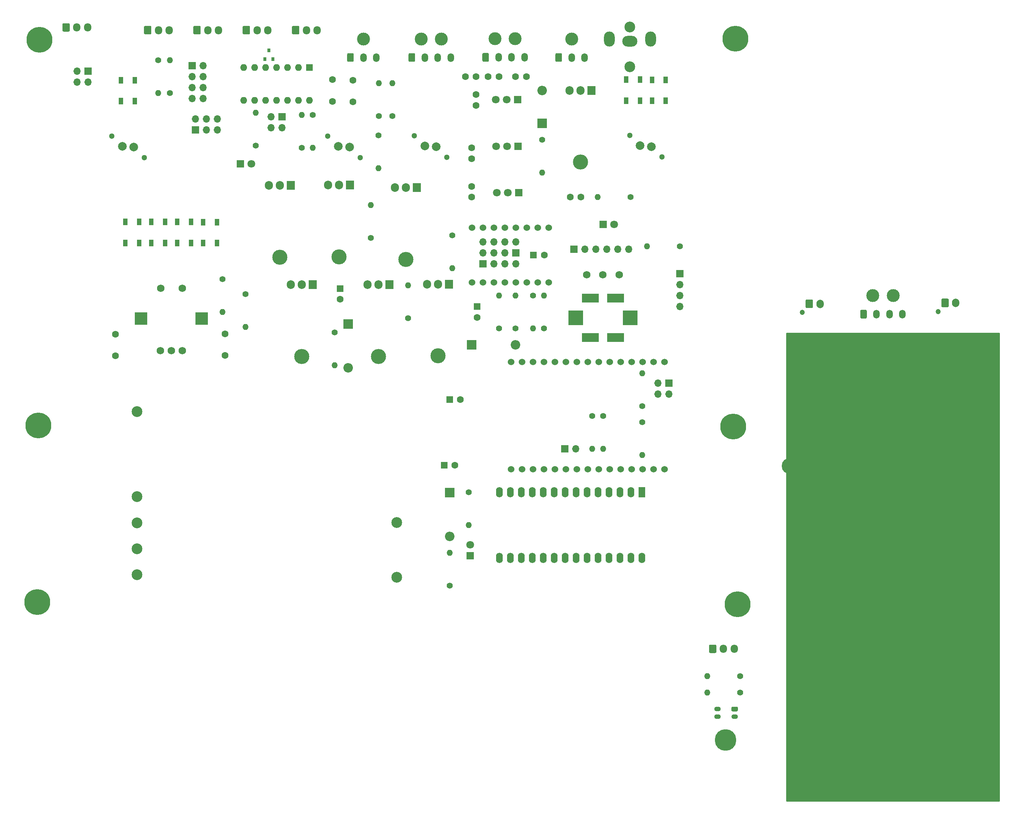
<source format=gbr>
%TF.GenerationSoftware,KiCad,Pcbnew,5.1.7-a382d34a8~88~ubuntu20.04.1*%
%TF.CreationDate,2021-05-08T15:19:39+02:00*%
%TF.ProjectId,OpenCelluloid,4f70656e-4365-46c6-9c75-6c6f69642e6b,rev?*%
%TF.SameCoordinates,Original*%
%TF.FileFunction,Soldermask,Bot*%
%TF.FilePolarity,Negative*%
%FSLAX46Y46*%
G04 Gerber Fmt 4.6, Leading zero omitted, Abs format (unit mm)*
G04 Created by KiCad (PCBNEW 5.1.7-a382d34a8~88~ubuntu20.04.1) date 2021-05-08 15:19:39*
%MOMM*%
%LPD*%
G01*
G04 APERTURE LIST*
%ADD10C,0.800000*%
%ADD11C,5.000000*%
%ADD12C,6.000000*%
%ADD13C,4.000000*%
%ADD14C,1.200000*%
%ADD15O,1.700000X2.000000*%
%ADD16O,1.500000X2.020000*%
%ADD17C,3.000000*%
%ADD18C,3.600000*%
%ADD19C,0.400000*%
%ADD20C,1.600000*%
%ADD21C,2.500000*%
%ADD22O,1.600000X1.600000*%
%ADD23R,1.600000X1.600000*%
%ADD24O,1.500000X1.100000*%
%ADD25C,1.750000*%
%ADD26R,3.000000X3.000000*%
%ADD27C,1.524000*%
%ADD28O,1.700000X1.950000*%
%ADD29O,1.600000X2.400000*%
%ADD30R,1.600000X2.400000*%
%ADD31R,1.800000X1.800000*%
%ADD32C,1.800000*%
%ADD33O,3.500000X2.500000*%
%ADD34O,2.500000X3.500000*%
%ADD35R,4.000000X2.000000*%
%ADD36R,3.500000X3.500000*%
%ADD37C,1.300000*%
%ADD38C,2.000000*%
%ADD39O,1.400000X1.400000*%
%ADD40C,1.400000*%
%ADD41R,0.800000X0.900000*%
%ADD42O,1.905000X2.000000*%
%ADD43R,1.905000X2.000000*%
%ADD44O,3.500000X3.500000*%
%ADD45O,1.700000X1.700000*%
%ADD46R,1.700000X1.700000*%
%ADD47R,1.000000X1.500000*%
%ADD48O,2.200000X2.200000*%
%ADD49R,2.200000X2.200000*%
%ADD50C,0.254000*%
%ADD51C,0.100000*%
G04 APERTURE END LIST*
D10*
%TO.C,REF\u002A\u002A*%
X354825825Y-268174175D03*
X353500000Y-267625000D03*
X352174175Y-268174175D03*
X351625000Y-269500000D03*
X352174175Y-270825825D03*
X353500000Y-271375000D03*
X354825825Y-270825825D03*
X355375000Y-269500000D03*
D11*
X353500000Y-269500000D03*
%TD*%
D12*
%TO.C,REF\u002A\u002A*%
X356250000Y-238000000D03*
D10*
X358500000Y-238000000D03*
X357840990Y-239590990D03*
X356250000Y-240250000D03*
X354659010Y-239590990D03*
X354000000Y-238000000D03*
X354659010Y-236409010D03*
X356250000Y-235750000D03*
X357840990Y-236409010D03*
%TD*%
D12*
%TO.C,REF\u002A\u002A*%
X194000000Y-237500000D03*
D10*
X196250000Y-237500000D03*
X195590990Y-239090990D03*
X194000000Y-239750000D03*
X192409010Y-239090990D03*
X191750000Y-237500000D03*
X192409010Y-235909010D03*
X194000000Y-235250000D03*
X195590990Y-235909010D03*
%TD*%
D12*
%TO.C,REF\u002A\u002A*%
X194250000Y-196500000D03*
D10*
X196500000Y-196500000D03*
X195840990Y-198090990D03*
X194250000Y-198750000D03*
X192659010Y-198090990D03*
X192000000Y-196500000D03*
X192659010Y-194909010D03*
X194250000Y-194250000D03*
X195840990Y-194909010D03*
%TD*%
D12*
%TO.C,REF\u002A\u002A*%
X355250000Y-196750000D03*
D10*
X357500000Y-196750000D03*
X356840990Y-198340990D03*
X355250000Y-199000000D03*
X353659010Y-198340990D03*
X353000000Y-196750000D03*
X353659010Y-195159010D03*
X355250000Y-194500000D03*
X356840990Y-195159010D03*
%TD*%
D12*
%TO.C,REF\u002A\u002A*%
X194500000Y-107000000D03*
D10*
X196750000Y-107000000D03*
X196090990Y-108590990D03*
X194500000Y-109250000D03*
X192909010Y-108590990D03*
X192250000Y-107000000D03*
X192909010Y-105409010D03*
X194500000Y-104750000D03*
X196090990Y-105409010D03*
%TD*%
%TO.C,REF\u002A\u002A*%
X357340990Y-105159010D03*
X355750000Y-104500000D03*
X354159010Y-105159010D03*
X353500000Y-106750000D03*
X354159010Y-108340990D03*
X355750000Y-109000000D03*
X357340990Y-108340990D03*
X358000000Y-106750000D03*
D12*
X355750000Y-106750000D03*
%TD*%
D13*
%TO.C,J16*%
X373120000Y-221950000D03*
X405120000Y-189950000D03*
X405120000Y-221950000D03*
X373120000Y-189950000D03*
D14*
X402770000Y-170070000D03*
D15*
X406870000Y-168070000D03*
G36*
G01*
X403520000Y-168820100D02*
X403520000Y-167319900D01*
G75*
G02*
X403769900Y-167070000I249900J0D01*
G01*
X404970100Y-167070000D01*
G75*
G02*
X405220000Y-167319900I0J-249900D01*
G01*
X405220000Y-168820100D01*
G75*
G02*
X404970100Y-169070000I-249900J0D01*
G01*
X403769900Y-169070000D01*
G75*
G02*
X403520000Y-168820100I0J249900D01*
G01*
G37*
D14*
X371300000Y-170280000D03*
D15*
X375400000Y-168280000D03*
G36*
G01*
X372050000Y-169030000D02*
X372050000Y-167530000D01*
G75*
G02*
X372300000Y-167280000I250000J0D01*
G01*
X373500000Y-167280000D01*
G75*
G02*
X373750000Y-167530000I0J-250000D01*
G01*
X373750000Y-169030000D01*
G75*
G02*
X373500000Y-169280000I-250000J0D01*
G01*
X372300000Y-169280000D01*
G75*
G02*
X372050000Y-169030000I0J250000D01*
G01*
G37*
D16*
X391480000Y-170680000D03*
X388480000Y-170680000D03*
X394480000Y-170680000D03*
D17*
X392330000Y-166360000D03*
X387630000Y-166360000D03*
G36*
G01*
X384730000Y-171440000D02*
X384730000Y-169920000D01*
G75*
G02*
X384980000Y-169670000I250000J0D01*
G01*
X385980000Y-169670000D01*
G75*
G02*
X386230000Y-169920000I0J-250000D01*
G01*
X386230000Y-171440000D01*
G75*
G02*
X385980000Y-171690000I-250000J0D01*
G01*
X384980000Y-171690000D01*
G75*
G02*
X384730000Y-171440000I0J250000D01*
G01*
G37*
D18*
X389950000Y-184300000D03*
X389950000Y-227500000D03*
X368350000Y-205900000D03*
X411550000Y-205900000D03*
D19*
X373950000Y-219900000D03*
X373950000Y-191900000D03*
X373950000Y-195900000D03*
X373950000Y-217900000D03*
X373950000Y-207900000D03*
X373950000Y-209900000D03*
X373950000Y-197900000D03*
X373950000Y-189900000D03*
X373950000Y-221900000D03*
X373950000Y-201900000D03*
X373950000Y-205900000D03*
X373950000Y-211900000D03*
X373950000Y-203900000D03*
X373950000Y-213900000D03*
X373950000Y-215900000D03*
X373950000Y-199900000D03*
X373950000Y-193900000D03*
X383950000Y-207900000D03*
X377950000Y-211900000D03*
X379950000Y-203900000D03*
X381950000Y-199900000D03*
X385950000Y-219900000D03*
X387950000Y-189900000D03*
X389950000Y-213900000D03*
X383950000Y-213900000D03*
X383950000Y-199900000D03*
X375950000Y-211900000D03*
X379950000Y-213900000D03*
X381950000Y-191900000D03*
X389950000Y-221900000D03*
X377950000Y-213900000D03*
X379950000Y-211900000D03*
X387950000Y-199900000D03*
X383950000Y-211900000D03*
X379950000Y-197900000D03*
X377950000Y-203900000D03*
X375950000Y-191900000D03*
X375950000Y-195900000D03*
X389950000Y-211900000D03*
X379950000Y-199900000D03*
X377950000Y-205900000D03*
X375950000Y-199900000D03*
X381950000Y-211900000D03*
X387950000Y-191900000D03*
X381950000Y-197900000D03*
X377950000Y-215900000D03*
X385950000Y-215900000D03*
X377950000Y-217900000D03*
X381950000Y-193900000D03*
X383950000Y-219900000D03*
X389950000Y-197900000D03*
X377950000Y-193900000D03*
X375950000Y-221900000D03*
X381950000Y-205900000D03*
X379950000Y-189900000D03*
X377950000Y-189900000D03*
X389950000Y-205900000D03*
X389950000Y-207900000D03*
X389950000Y-189900000D03*
X383950000Y-215900000D03*
X383950000Y-217900000D03*
X385950000Y-189900000D03*
X385950000Y-191900000D03*
X387950000Y-211900000D03*
X375950000Y-213900000D03*
X387950000Y-209900000D03*
X375950000Y-205900000D03*
X377950000Y-195900000D03*
X379950000Y-217900000D03*
X387950000Y-219900000D03*
X383950000Y-221900000D03*
X379950000Y-205900000D03*
X383950000Y-203900000D03*
X381950000Y-219900000D03*
X377950000Y-191900000D03*
X389950000Y-193900000D03*
X375950000Y-217900000D03*
X379950000Y-219900000D03*
X375950000Y-201900000D03*
X387950000Y-213900000D03*
X389950000Y-195900000D03*
X387950000Y-197900000D03*
X381950000Y-189900000D03*
X383950000Y-189900000D03*
X385950000Y-207900000D03*
X379950000Y-191900000D03*
X389950000Y-191900000D03*
X379950000Y-209900000D03*
X385950000Y-217900000D03*
X377950000Y-197900000D03*
X389950000Y-215900000D03*
X387950000Y-193900000D03*
X377950000Y-207900000D03*
X375950000Y-215900000D03*
X389950000Y-201900000D03*
X387950000Y-195900000D03*
X383950000Y-191900000D03*
X385950000Y-193900000D03*
X387950000Y-221900000D03*
X375950000Y-189900000D03*
X389950000Y-209900000D03*
X387950000Y-215900000D03*
X379950000Y-193900000D03*
X381950000Y-209900000D03*
X383950000Y-197900000D03*
X385950000Y-211900000D03*
X387950000Y-205900000D03*
X385950000Y-195900000D03*
X383950000Y-195900000D03*
X379950000Y-215900000D03*
X387950000Y-201900000D03*
X379950000Y-195900000D03*
X383950000Y-205900000D03*
X379950000Y-221900000D03*
X385950000Y-213900000D03*
X387950000Y-217900000D03*
X385950000Y-201900000D03*
X385950000Y-209900000D03*
X385950000Y-197900000D03*
X385950000Y-199900000D03*
X375950000Y-203900000D03*
X375950000Y-209900000D03*
X377950000Y-219900000D03*
X381950000Y-221900000D03*
X385950000Y-203900000D03*
X381950000Y-201900000D03*
X381950000Y-207900000D03*
X375950000Y-219900000D03*
X377950000Y-201900000D03*
X375950000Y-207900000D03*
X379950000Y-201900000D03*
X381950000Y-195900000D03*
X379950000Y-207900000D03*
X383950000Y-193900000D03*
X387950000Y-207900000D03*
X381950000Y-213900000D03*
X383950000Y-209900000D03*
X385950000Y-205900000D03*
X377950000Y-209900000D03*
X375950000Y-193900000D03*
X385950000Y-221900000D03*
X389950000Y-217900000D03*
X383950000Y-201900000D03*
X375950000Y-197900000D03*
X389950000Y-219900000D03*
X381950000Y-217900000D03*
X377950000Y-199900000D03*
X387950000Y-203900000D03*
X389950000Y-199900000D03*
X381950000Y-203900000D03*
X377950000Y-221900000D03*
X381950000Y-215900000D03*
X389950000Y-203900000D03*
X391950000Y-207900000D03*
X393950000Y-219900000D03*
X395950000Y-189900000D03*
X397950000Y-213900000D03*
X391950000Y-213900000D03*
X391950000Y-199900000D03*
X397950000Y-221900000D03*
X395950000Y-199900000D03*
X391950000Y-211900000D03*
X397950000Y-211900000D03*
X395950000Y-191900000D03*
X393950000Y-215900000D03*
X391950000Y-219900000D03*
X397950000Y-197900000D03*
X397950000Y-205900000D03*
X397950000Y-207900000D03*
X397950000Y-189900000D03*
X391950000Y-215900000D03*
X391950000Y-217900000D03*
X393950000Y-189900000D03*
X393950000Y-191900000D03*
X395950000Y-211900000D03*
X395950000Y-209900000D03*
X395950000Y-219900000D03*
X391950000Y-221900000D03*
X391950000Y-203900000D03*
X397950000Y-193900000D03*
X395950000Y-213900000D03*
X397950000Y-195900000D03*
X395950000Y-197900000D03*
X391950000Y-189900000D03*
X393950000Y-207900000D03*
X397950000Y-191900000D03*
X393950000Y-217900000D03*
X397950000Y-215900000D03*
X395950000Y-193900000D03*
X397950000Y-201900000D03*
X395950000Y-195900000D03*
X391950000Y-191900000D03*
X393950000Y-193900000D03*
X395950000Y-221900000D03*
X397950000Y-209900000D03*
X395950000Y-215900000D03*
X391950000Y-197900000D03*
X393950000Y-211900000D03*
X395950000Y-205900000D03*
X393950000Y-195900000D03*
X391950000Y-195900000D03*
X395950000Y-201900000D03*
X391950000Y-205900000D03*
X393950000Y-213900000D03*
X395950000Y-217900000D03*
X393950000Y-201900000D03*
X393950000Y-209900000D03*
X393950000Y-197900000D03*
X393950000Y-199900000D03*
X393950000Y-203900000D03*
X391950000Y-193900000D03*
X395950000Y-207900000D03*
X391950000Y-209900000D03*
X393950000Y-205900000D03*
X393950000Y-221900000D03*
X397950000Y-217900000D03*
X391950000Y-201900000D03*
X397950000Y-219900000D03*
X395950000Y-203900000D03*
X397950000Y-199900000D03*
X397950000Y-203900000D03*
X399950000Y-189900000D03*
X401950000Y-213900000D03*
X401950000Y-221900000D03*
X399950000Y-199900000D03*
X401950000Y-211900000D03*
X399950000Y-191900000D03*
X401950000Y-197900000D03*
X401950000Y-205900000D03*
X401950000Y-207900000D03*
X401950000Y-189900000D03*
X399950000Y-211900000D03*
X399950000Y-209900000D03*
X399950000Y-219900000D03*
X401950000Y-193900000D03*
X399950000Y-213900000D03*
X401950000Y-195900000D03*
X399950000Y-197900000D03*
X401950000Y-191900000D03*
X401950000Y-215900000D03*
X399950000Y-193900000D03*
X401950000Y-201900000D03*
X399950000Y-195900000D03*
X399950000Y-221900000D03*
X401950000Y-209900000D03*
X399950000Y-215900000D03*
X399950000Y-205900000D03*
X399950000Y-201900000D03*
X399950000Y-217900000D03*
X399950000Y-207900000D03*
X401950000Y-217900000D03*
X401950000Y-219900000D03*
X399950000Y-203900000D03*
X401950000Y-199900000D03*
X401950000Y-203900000D03*
X403950000Y-213900000D03*
X403950000Y-211900000D03*
X403950000Y-197900000D03*
X403950000Y-205900000D03*
X403950000Y-207900000D03*
X403950000Y-189900000D03*
X403950000Y-193900000D03*
X403950000Y-195900000D03*
X403950000Y-191900000D03*
X403950000Y-215900000D03*
X403950000Y-201900000D03*
X403950000Y-209900000D03*
X403950000Y-217900000D03*
X403950000Y-219900000D03*
X403950000Y-199900000D03*
X403950000Y-203900000D03*
X403950000Y-221900000D03*
X405950000Y-221900000D03*
X405950000Y-213900000D03*
X405950000Y-205900000D03*
X405950000Y-211900000D03*
X405950000Y-215900000D03*
X405950000Y-219900000D03*
X405950000Y-209900000D03*
X405950000Y-207900000D03*
X405950000Y-217900000D03*
X405950000Y-197900000D03*
X405950000Y-203900000D03*
X405950000Y-201900000D03*
X405950000Y-199900000D03*
X405950000Y-193900000D03*
X405950000Y-195900000D03*
X405950000Y-191900000D03*
X405950000Y-189900000D03*
%TD*%
D16*
%TO.C,J15*%
X306900000Y-111100000D03*
X303900000Y-111100000D03*
X300900000Y-111100000D03*
G36*
G01*
X297150000Y-111860000D02*
X297150000Y-110340000D01*
G75*
G02*
X297400000Y-110090000I250000J0D01*
G01*
X298400000Y-110090000D01*
G75*
G02*
X298650000Y-110340000I0J-250000D01*
G01*
X298650000Y-111860000D01*
G75*
G02*
X298400000Y-112110000I-250000J0D01*
G01*
X297400000Y-112110000D01*
G75*
G02*
X297150000Y-111860000I0J250000D01*
G01*
G37*
D17*
X304750000Y-106780000D03*
X300050000Y-106780000D03*
%TD*%
D20*
%TO.C,Murata-Ceramic-Capacitor-50v1-22uF1*%
X304840000Y-115570000D03*
X307340000Y-115570000D03*
%TD*%
%TO.C,Murata-Ceramic-Capacitor-50v1-22uF6*%
X295656000Y-119724800D03*
X295656000Y-122224800D03*
%TD*%
D21*
%TO.C,U7*%
X277296000Y-218998800D03*
X277296000Y-231748800D03*
X217096000Y-193298800D03*
X217096000Y-213048800D03*
X217096000Y-219098800D03*
X217096000Y-225098800D03*
X217096000Y-231098800D03*
%TD*%
D22*
%TO.C,U15*%
X257048000Y-121031000D03*
X241808000Y-113411000D03*
X254508000Y-121031000D03*
X244348000Y-113411000D03*
X251968000Y-121031000D03*
X246888000Y-113411000D03*
X249428000Y-121031000D03*
X249428000Y-113411000D03*
X246888000Y-121031000D03*
X251968000Y-113411000D03*
X244348000Y-121031000D03*
X254508000Y-113411000D03*
X241808000Y-121031000D03*
D23*
X257048000Y-113411000D03*
%TD*%
D24*
%TO.C,U14*%
X355600000Y-264100000D03*
G36*
G01*
X355125000Y-261750000D02*
X356075000Y-261750000D01*
G75*
G02*
X356350000Y-262025000I0J-275000D01*
G01*
X356350000Y-262575000D01*
G75*
G02*
X356075000Y-262850000I-275000J0D01*
G01*
X355125000Y-262850000D01*
G75*
G02*
X354850000Y-262575000I0J275000D01*
G01*
X354850000Y-262025000D01*
G75*
G02*
X355125000Y-261750000I275000J0D01*
G01*
G37*
X351600000Y-262300000D03*
X351600000Y-264100000D03*
%TD*%
D25*
%TO.C,U13*%
X222569400Y-164671600D03*
X227569400Y-164671600D03*
D26*
X232069400Y-171671600D03*
X218069400Y-171671600D03*
D25*
X225069400Y-179171600D03*
X227609400Y-179171600D03*
X222529400Y-179171600D03*
%TD*%
D27*
%TO.C,U12*%
X294767000Y-150622000D03*
X297307000Y-150622000D03*
X299847000Y-150622000D03*
X302387000Y-150622000D03*
X304927000Y-150622000D03*
X307467000Y-150622000D03*
X310007000Y-150622000D03*
X312547000Y-150622000D03*
X312547000Y-163322000D03*
X310007000Y-163322000D03*
X307467000Y-163322000D03*
X304927000Y-163322000D03*
X302387000Y-163322000D03*
X299847000Y-163322000D03*
X297307000Y-163322000D03*
X294767000Y-163322000D03*
%TD*%
D28*
%TO.C,U11*%
X224583000Y-104775000D03*
X222083000Y-104775000D03*
G36*
G01*
X218733000Y-105500000D02*
X218733000Y-104050000D01*
G75*
G02*
X218983000Y-103800000I250000J0D01*
G01*
X220183000Y-103800000D01*
G75*
G02*
X220433000Y-104050000I0J-250000D01*
G01*
X220433000Y-105500000D01*
G75*
G02*
X220183000Y-105750000I-250000J0D01*
G01*
X218983000Y-105750000D01*
G75*
G02*
X218733000Y-105500000I0J250000D01*
G01*
G37*
%TD*%
D29*
%TO.C,U10*%
X334137000Y-227203000D03*
X301117000Y-211963000D03*
X331597000Y-227203000D03*
X303657000Y-211963000D03*
X329057000Y-227203000D03*
X306197000Y-211963000D03*
X326517000Y-227203000D03*
X308737000Y-211963000D03*
X323977000Y-227203000D03*
X311277000Y-211963000D03*
X321437000Y-227203000D03*
X313817000Y-211963000D03*
X318897000Y-227203000D03*
X316357000Y-211963000D03*
X316357000Y-227203000D03*
X318897000Y-211963000D03*
X313817000Y-227203000D03*
X321437000Y-211963000D03*
X311277000Y-227203000D03*
X323977000Y-211963000D03*
X308737000Y-227203000D03*
X326517000Y-211963000D03*
X306197000Y-227203000D03*
X329057000Y-211963000D03*
X303657000Y-227203000D03*
X331597000Y-211963000D03*
X301117000Y-227203000D03*
D30*
X334137000Y-211963000D03*
%TD*%
D27*
%TO.C,U9*%
X339344000Y-206629000D03*
X336804000Y-206629000D03*
X334264000Y-206629000D03*
X331724000Y-206629000D03*
X329184000Y-206629000D03*
X326644000Y-206629000D03*
X324104000Y-206629000D03*
X321564000Y-206629000D03*
X319024000Y-206629000D03*
X316484000Y-206629000D03*
X313944000Y-206629000D03*
X311404000Y-206629000D03*
X308864000Y-206629000D03*
X306324000Y-206629000D03*
X303784000Y-206629000D03*
X303784000Y-181737000D03*
X306324000Y-181737000D03*
X306324000Y-181737000D03*
X308864000Y-181737000D03*
X311404000Y-181737000D03*
X313944000Y-181737000D03*
X316484000Y-181737000D03*
X319024000Y-181737000D03*
X321564000Y-181737000D03*
X324104000Y-181737000D03*
X326644000Y-181737000D03*
X329184000Y-181737000D03*
X331724000Y-181737000D03*
X334264000Y-181737000D03*
X336804000Y-181737000D03*
X339344000Y-181737000D03*
%TD*%
D28*
%TO.C,U8*%
X236013000Y-104775000D03*
X233513000Y-104775000D03*
G36*
G01*
X230163000Y-105500000D02*
X230163000Y-104050000D01*
G75*
G02*
X230413000Y-103800000I250000J0D01*
G01*
X231613000Y-103800000D01*
G75*
G02*
X231863000Y-104050000I0J-250000D01*
G01*
X231863000Y-105500000D01*
G75*
G02*
X231613000Y-105750000I-250000J0D01*
G01*
X230413000Y-105750000D01*
G75*
G02*
X230163000Y-105500000I0J250000D01*
G01*
G37*
%TD*%
D31*
%TO.C,U6*%
X305308000Y-120904000D03*
D32*
X302768000Y-120904000D03*
X300228000Y-120904000D03*
%TD*%
D31*
%TO.C,U5*%
X305562000Y-142494000D03*
D32*
X303022000Y-142494000D03*
X300482000Y-142494000D03*
%TD*%
D31*
%TO.C,U4*%
X305435000Y-131699000D03*
D32*
X302895000Y-131699000D03*
X300355000Y-131699000D03*
%TD*%
D33*
%TO.C,U2*%
X331343000Y-107315000D03*
D34*
X336143000Y-106815000D03*
X326543000Y-106815000D03*
D21*
X331343000Y-113315000D03*
X331343000Y-104065000D03*
%TD*%
D35*
%TO.C,U1*%
X327976800Y-166932600D03*
X322176800Y-166932600D03*
X322176800Y-176132600D03*
X327976800Y-176132600D03*
D36*
X318776800Y-171532600D03*
X331376800Y-171532600D03*
D25*
X328826800Y-161532600D03*
X325076800Y-161532600D03*
X321326800Y-161532600D03*
%TD*%
D16*
%TO.C,SW1*%
X320833000Y-111125000D03*
X317833000Y-111125000D03*
G36*
G01*
X314083000Y-111885000D02*
X314083000Y-110365000D01*
G75*
G02*
X314333000Y-110115000I250000J0D01*
G01*
X315333000Y-110115000D01*
G75*
G02*
X315583000Y-110365000I0J-250000D01*
G01*
X315583000Y-111885000D01*
G75*
G02*
X315333000Y-112135000I-250000J0D01*
G01*
X314333000Y-112135000D01*
G75*
G02*
X314083000Y-111885000I0J250000D01*
G01*
G37*
D17*
X317833000Y-106805000D03*
%TD*%
D37*
%TO.C,S4*%
X338776000Y-134199000D03*
X331276000Y-129199000D03*
D38*
X336326000Y-131799000D03*
X333726000Y-131599000D03*
%TD*%
D37*
%TO.C,S3*%
X218761000Y-134326000D03*
X211261000Y-129326000D03*
D38*
X216311000Y-131926000D03*
X213711000Y-131726000D03*
%TD*%
D37*
%TO.C,S2*%
X288865000Y-134262500D03*
X281365000Y-129262500D03*
D38*
X286415000Y-131862500D03*
X283815000Y-131662500D03*
%TD*%
D37*
%TO.C,S1*%
X268799000Y-134326000D03*
X261299000Y-129326000D03*
D38*
X266349000Y-131926000D03*
X263749000Y-131726000D03*
%TD*%
D39*
%TO.C,R29*%
X276309000Y-117093698D03*
D40*
X276309000Y-124713698D03*
%TD*%
D39*
%TO.C,R28*%
X255270000Y-124460000D03*
D40*
X255270000Y-132080000D03*
%TD*%
D39*
%TO.C,R27*%
X244602000Y-123952000D03*
D40*
X244602000Y-131572000D03*
%TD*%
D39*
%TO.C,R26*%
X257810000Y-132080000D03*
D40*
X257810000Y-124460000D03*
%TD*%
D39*
%TO.C,R25*%
X349250000Y-254680000D03*
D40*
X356870000Y-254680000D03*
%TD*%
D39*
%TO.C,R24*%
X273159000Y-117093698D03*
D40*
X273159000Y-124713698D03*
%TD*%
D39*
%TO.C,R23*%
X349250000Y-258490000D03*
D40*
X356870000Y-258490000D03*
%TD*%
D39*
%TO.C,R22*%
X334213200Y-203352400D03*
D40*
X334213200Y-195732400D03*
%TD*%
D39*
%TO.C,R21*%
X334213200Y-184404000D03*
D40*
X334213200Y-192024000D03*
%TD*%
D39*
%TO.C,R20*%
X236931200Y-170180000D03*
D40*
X236931200Y-162560000D03*
%TD*%
D39*
%TO.C,R19*%
X322580000Y-201930000D03*
D40*
X322580000Y-194310000D03*
%TD*%
D39*
%TO.C,R18*%
X325120000Y-201930000D03*
D40*
X325120000Y-194310000D03*
%TD*%
D39*
%TO.C,R17*%
X308864000Y-173990000D03*
D40*
X308864000Y-166370000D03*
%TD*%
D39*
%TO.C,R16*%
X335280000Y-154940000D03*
D40*
X342900000Y-154940000D03*
%TD*%
D39*
%TO.C,R15*%
X221996000Y-119380000D03*
D40*
X221996000Y-111760000D03*
%TD*%
D39*
%TO.C,R14*%
X323850000Y-143510000D03*
D40*
X331470000Y-143510000D03*
%TD*%
D39*
%TO.C,R13*%
X304800000Y-166370000D03*
D40*
X304800000Y-173990000D03*
%TD*%
D39*
%TO.C,R12*%
X311404000Y-166370000D03*
D40*
X311404000Y-173990000D03*
%TD*%
D39*
%TO.C,R11*%
X262890000Y-182499000D03*
D40*
X262890000Y-174879000D03*
%TD*%
D39*
%TO.C,R10*%
X273100800Y-136804400D03*
D40*
X273100800Y-129184400D03*
%TD*%
D39*
%TO.C,R9*%
X290195000Y-160020000D03*
D40*
X290195000Y-152400000D03*
%TD*%
D39*
%TO.C,R8*%
X242214400Y-173685200D03*
D40*
X242214400Y-166065200D03*
%TD*%
D39*
%TO.C,R7*%
X224739200Y-111760000D03*
D40*
X224739200Y-119380000D03*
%TD*%
D39*
%TO.C,R6*%
X294005000Y-219583000D03*
D40*
X294005000Y-211963000D03*
%TD*%
D39*
%TO.C,R5*%
X289560000Y-226060000D03*
D40*
X289560000Y-233680000D03*
%TD*%
D39*
%TO.C,R4*%
X279958800Y-164033200D03*
D40*
X279958800Y-171653200D03*
%TD*%
D39*
%TO.C,R3*%
X300990000Y-166370000D03*
D40*
X300990000Y-173990000D03*
%TD*%
D39*
%TO.C,R2*%
X271322800Y-145389600D03*
D40*
X271322800Y-153009600D03*
%TD*%
D39*
%TO.C,R1*%
X311023000Y-137795000D03*
D40*
X311023000Y-130175000D03*
%TD*%
D41*
%TO.C,Q8*%
X247650000Y-109490000D03*
X246700000Y-111490000D03*
X248600000Y-111490000D03*
%TD*%
D42*
%TO.C,Q7*%
X252730000Y-163830000D03*
X255270000Y-163830000D03*
D43*
X257810000Y-163830000D03*
D44*
X255270000Y-180490000D03*
%TD*%
D42*
%TO.C,Q6*%
X276860000Y-141305280D03*
X279400000Y-141305280D03*
D43*
X281940000Y-141305280D03*
D44*
X279400000Y-157965280D03*
%TD*%
D42*
%TO.C,Q5*%
X247650000Y-140817600D03*
X250190000Y-140817600D03*
D43*
X252730000Y-140817600D03*
D44*
X250190000Y-157477600D03*
%TD*%
D42*
%TO.C,Q4*%
X270510000Y-163830000D03*
X273050000Y-163830000D03*
D43*
X275590000Y-163830000D03*
D44*
X273050000Y-180490000D03*
%TD*%
D42*
%TO.C,Q3*%
X284353000Y-163703000D03*
X286893000Y-163703000D03*
D43*
X289433000Y-163703000D03*
D44*
X286893000Y-180363000D03*
%TD*%
D42*
%TO.C,Q2*%
X261416800Y-140716000D03*
X263956800Y-140716000D03*
D43*
X266496800Y-140716000D03*
D44*
X263956800Y-157376000D03*
%TD*%
D42*
%TO.C,Q1*%
X317373000Y-118745000D03*
X319913000Y-118745000D03*
D43*
X322453000Y-118745000D03*
D44*
X319913000Y-135405000D03*
%TD*%
D20*
%TO.C,Murata-Ceramic-Capacitor-50v1-22uF5*%
X294640000Y-141010000D03*
X294640000Y-143510000D03*
%TD*%
%TO.C,Murata-Ceramic-Capacitor-50v1-22uF4*%
X294640000Y-134580000D03*
X294640000Y-132080000D03*
%TD*%
%TO.C,50V-10uF1*%
X293200000Y-115600000D03*
X295700000Y-115600000D03*
%TD*%
%TO.C,Murata-Ceramic-Capacitor-50v1-22uF2*%
X298490000Y-115570000D03*
X300990000Y-115570000D03*
%TD*%
D45*
%TO.C,JT1*%
X297307000Y-153924000D03*
X297307000Y-156464000D03*
X299847000Y-153924000D03*
X299847000Y-156464000D03*
X302387000Y-153924000D03*
X302387000Y-156464000D03*
X304927000Y-153924000D03*
D46*
X304927000Y-156464000D03*
%TD*%
D45*
%TO.C,JP1*%
X331089000Y-155575000D03*
X328549000Y-155575000D03*
X326009000Y-155575000D03*
X323469000Y-155575000D03*
X320929000Y-155575000D03*
D46*
X318389000Y-155575000D03*
%TD*%
D28*
%TO.C,J10*%
X355520000Y-248330000D03*
X353020000Y-248330000D03*
G36*
G01*
X349670000Y-249055000D02*
X349670000Y-247605000D01*
G75*
G02*
X349920000Y-247355000I250000J0D01*
G01*
X351120000Y-247355000D01*
G75*
G02*
X351370000Y-247605000I0J-250000D01*
G01*
X351370000Y-249055000D01*
G75*
G02*
X351120000Y-249305000I-250000J0D01*
G01*
X349920000Y-249305000D01*
G75*
G02*
X349670000Y-249055000I0J250000D01*
G01*
G37*
%TD*%
%TO.C,J9*%
X247443000Y-104775000D03*
X244943000Y-104775000D03*
G36*
G01*
X241593000Y-105500000D02*
X241593000Y-104050000D01*
G75*
G02*
X241843000Y-103800000I250000J0D01*
G01*
X243043000Y-103800000D01*
G75*
G02*
X243293000Y-104050000I0J-250000D01*
G01*
X243293000Y-105500000D01*
G75*
G02*
X243043000Y-105750000I-250000J0D01*
G01*
X241843000Y-105750000D01*
G75*
G02*
X241593000Y-105500000I0J250000D01*
G01*
G37*
%TD*%
D45*
%TO.C,J8*%
X304927000Y-159004000D03*
X302387000Y-159004000D03*
X299847000Y-159004000D03*
D46*
X297307000Y-159004000D03*
%TD*%
D16*
%TO.C,J7*%
X289797000Y-111125000D03*
X286797000Y-111125000D03*
X283797000Y-111125000D03*
G36*
G01*
X280047000Y-111885000D02*
X280047000Y-110365000D01*
G75*
G02*
X280297000Y-110115000I250000J0D01*
G01*
X281297000Y-110115000D01*
G75*
G02*
X281547000Y-110365000I0J-250000D01*
G01*
X281547000Y-111885000D01*
G75*
G02*
X281297000Y-112135000I-250000J0D01*
G01*
X280297000Y-112135000D01*
G75*
G02*
X280047000Y-111885000I0J250000D01*
G01*
G37*
D17*
X287647000Y-106805000D03*
X282947000Y-106805000D03*
%TD*%
D16*
%TO.C,J6*%
X272573000Y-111125000D03*
X269573000Y-111125000D03*
G36*
G01*
X265823000Y-111885000D02*
X265823000Y-110365000D01*
G75*
G02*
X266073000Y-110115000I250000J0D01*
G01*
X267073000Y-110115000D01*
G75*
G02*
X267323000Y-110365000I0J-250000D01*
G01*
X267323000Y-111885000D01*
G75*
G02*
X267073000Y-112135000I-250000J0D01*
G01*
X266073000Y-112135000D01*
G75*
G02*
X265823000Y-111885000I0J250000D01*
G01*
G37*
D17*
X269573000Y-106805000D03*
%TD*%
D45*
%TO.C,J5*%
X318770000Y-201930000D03*
D46*
X316230000Y-201930000D03*
%TD*%
D28*
%TO.C,J4*%
X258873000Y-104775000D03*
X256373000Y-104775000D03*
G36*
G01*
X253023000Y-105500000D02*
X253023000Y-104050000D01*
G75*
G02*
X253273000Y-103800000I250000J0D01*
G01*
X254473000Y-103800000D01*
G75*
G02*
X254723000Y-104050000I0J-250000D01*
G01*
X254723000Y-105500000D01*
G75*
G02*
X254473000Y-105750000I-250000J0D01*
G01*
X253273000Y-105750000D01*
G75*
G02*
X253023000Y-105500000I0J250000D01*
G01*
G37*
%TD*%
D45*
%TO.C,J3*%
X337820000Y-189230000D03*
X340360000Y-189230000D03*
X337820000Y-186690000D03*
D46*
X340360000Y-186690000D03*
%TD*%
D45*
%TO.C,J2*%
X235712000Y-125349000D03*
X235712000Y-127889000D03*
X233172000Y-125349000D03*
X233172000Y-127889000D03*
X230632000Y-125349000D03*
D46*
X230632000Y-127889000D03*
%TD*%
D45*
%TO.C,J1*%
X342900000Y-168910000D03*
X342900000Y-166370000D03*
X342900000Y-163830000D03*
D46*
X342900000Y-161290000D03*
%TD*%
D32*
%TO.C,D14*%
X327660000Y-149860000D03*
D31*
X325120000Y-149860000D03*
%TD*%
D32*
%TO.C,D13*%
X243586000Y-135763000D03*
D31*
X241046000Y-135763000D03*
%TD*%
D47*
%TO.C,D12*%
X216611000Y-121271200D03*
X213411000Y-121271200D03*
X216611000Y-116371200D03*
X213411000Y-116371200D03*
%TD*%
%TO.C,D11*%
X214427000Y-149264200D03*
X217627000Y-149264200D03*
X214427000Y-154164200D03*
X217627000Y-154164200D03*
%TD*%
%TO.C,D10*%
X220421400Y-149264200D03*
X223621400Y-149264200D03*
X220421400Y-154164200D03*
X223621400Y-154164200D03*
%TD*%
%TO.C,D9*%
X226415800Y-149289600D03*
X229615800Y-149289600D03*
X226415800Y-154189600D03*
X229615800Y-154189600D03*
%TD*%
%TO.C,D8*%
X232461000Y-149315000D03*
X235661000Y-149315000D03*
X232461000Y-154215000D03*
X235661000Y-154215000D03*
%TD*%
%TO.C,D7*%
X330454200Y-116269600D03*
X333654200Y-116269600D03*
X330454200Y-121169600D03*
X333654200Y-121169600D03*
%TD*%
%TO.C,D6*%
X336448600Y-116295000D03*
X339648600Y-116295000D03*
X336448600Y-121195000D03*
X339648600Y-121195000D03*
%TD*%
D32*
%TO.C,D5*%
X294335200Y-224231200D03*
D31*
X294335200Y-226771200D03*
%TD*%
D48*
%TO.C,D4*%
X289560000Y-222250000D03*
D49*
X289560000Y-212090000D03*
%TD*%
D48*
%TO.C,D3*%
X266000000Y-183160000D03*
D49*
X266000000Y-173000000D03*
%TD*%
D48*
%TO.C,D2*%
X304800000Y-177800000D03*
D49*
X294640000Y-177800000D03*
%TD*%
D48*
%TO.C,D1*%
X311023000Y-118745000D03*
D49*
X311023000Y-126365000D03*
%TD*%
D20*
%TO.C,C10*%
X262382000Y-116285000D03*
X262382000Y-121285000D03*
%TD*%
%TO.C,C9*%
X267106400Y-121382800D03*
X267106400Y-116382800D03*
%TD*%
%TO.C,C8*%
X237490000Y-180260000D03*
X237490000Y-175260000D03*
%TD*%
%TO.C,C7*%
X212090000Y-175340000D03*
X212090000Y-180340000D03*
%TD*%
%TO.C,C6*%
X311500000Y-157000000D03*
D23*
X309000000Y-157000000D03*
%TD*%
D20*
%TO.C,C5*%
X264160000Y-167244400D03*
D23*
X264160000Y-164744400D03*
%TD*%
D20*
%TO.C,C4*%
X295910000Y-171410000D03*
D23*
X295910000Y-168910000D03*
%TD*%
D20*
%TO.C,C3*%
X290790000Y-205740000D03*
D23*
X288290000Y-205740000D03*
%TD*%
D20*
%TO.C,C2*%
X320000000Y-143510000D03*
X317500000Y-143510000D03*
%TD*%
%TO.C,C1*%
X292060000Y-190500000D03*
D23*
X289560000Y-190500000D03*
%TD*%
D46*
%TO.C,J11*%
X250698000Y-124841000D03*
D45*
X248158000Y-124841000D03*
X250698000Y-127381000D03*
X248158000Y-127381000D03*
%TD*%
%TO.C,J12*%
G36*
G01*
X199810000Y-104865000D02*
X199810000Y-103415000D01*
G75*
G02*
X200060000Y-103165000I250000J0D01*
G01*
X201260000Y-103165000D01*
G75*
G02*
X201510000Y-103415000I0J-250000D01*
G01*
X201510000Y-104865000D01*
G75*
G02*
X201260000Y-105115000I-250000J0D01*
G01*
X200060000Y-105115000D01*
G75*
G02*
X199810000Y-104865000I0J250000D01*
G01*
G37*
D28*
X203160000Y-104140000D03*
X205660000Y-104140000D03*
%TD*%
D46*
%TO.C,J13*%
X205740000Y-114300000D03*
D45*
X203200000Y-114300000D03*
X205740000Y-116840000D03*
X203200000Y-116840000D03*
%TD*%
D46*
%TO.C,J14*%
X229870000Y-113030000D03*
D45*
X232410000Y-113030000D03*
X229870000Y-115570000D03*
X232410000Y-115570000D03*
X229870000Y-118110000D03*
X232410000Y-118110000D03*
X229870000Y-120650000D03*
X232410000Y-120650000D03*
%TD*%
D50*
X416873000Y-283623000D02*
X367627000Y-283623000D01*
X367627000Y-175127000D01*
X416873000Y-175127000D01*
X416873000Y-283623000D01*
D51*
G36*
X416873000Y-283623000D02*
G01*
X367627000Y-283623000D01*
X367627000Y-175127000D01*
X416873000Y-175127000D01*
X416873000Y-283623000D01*
G37*
M02*

</source>
